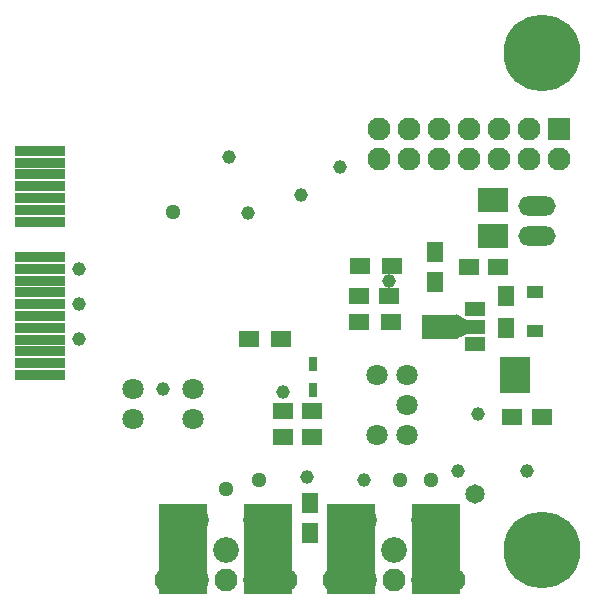
<source format=gbs>
G04 #@! TF.FileFunction,Soldermask,Bot*
%FSLAX46Y46*%
G04 Gerber Fmt 4.6, Leading zero omitted, Abs format (unit mm)*
G04 Created by KiCad (PCBNEW 4.0.2-4+6225~38~ubuntu14.04.1-stable) date Tue 19 Apr 2016 03:22:28 PM EDT*
%MOMM*%
G01*
G04 APERTURE LIST*
%ADD10C,0.100000*%
%ADD11R,1.652400X1.402400*%
%ADD12R,1.952400X1.952400*%
%ADD13C,1.952400*%
%ADD14R,4.352400X0.852400*%
%ADD15R,0.751840X1.153160*%
%ADD16R,1.652400X1.452400*%
%ADD17C,1.295400*%
%ADD18R,1.402400X1.652400*%
%ADD19O,3.167380X1.658620*%
%ADD20R,4.112400X7.696200*%
%ADD21C,2.184400*%
%ADD22R,2.651760X2.103120*%
%ADD23C,1.803400*%
%ADD24C,1.653540*%
%ADD25R,1.372400X1.062400*%
%ADD26R,1.653540X1.153160*%
%ADD27R,3.152140X2.151380*%
%ADD28R,1.452400X1.652400*%
%ADD29R,2.641600X3.149600*%
%ADD30C,6.502400*%
%ADD31C,1.168400*%
G04 APERTURE END LIST*
D10*
D11*
X33109000Y-24501000D03*
X30609000Y-24501000D03*
D12*
X47480000Y-10404000D03*
D13*
X44940000Y-10404000D03*
X42400000Y-10404000D03*
X39860000Y-10404000D03*
X37320000Y-10404000D03*
X34780000Y-10404000D03*
X47480000Y-12944000D03*
X44940000Y-12944000D03*
X42400000Y-12944000D03*
X39860000Y-12944000D03*
X37320000Y-12944000D03*
X34780000Y-12944000D03*
X32240000Y-12944000D03*
X32240000Y-10404000D03*
D14*
X3550000Y-31200000D03*
X3550000Y-30200000D03*
X3550000Y-29200000D03*
X3550000Y-28200000D03*
X3550000Y-27200000D03*
X3550000Y-26200000D03*
X3550000Y-25200000D03*
X3550000Y-24200000D03*
X3550000Y-23200000D03*
X3550000Y-22200000D03*
X3550000Y-21200000D03*
X3550000Y-18200000D03*
X3550000Y-17200000D03*
X3550000Y-16200000D03*
X3550000Y-15200000D03*
X3550000Y-14200000D03*
X3550000Y-13200000D03*
X3550000Y-12200000D03*
D15*
X26652000Y-30259180D03*
X26652000Y-32458820D03*
D16*
X33336000Y-21961000D03*
X30636000Y-21961000D03*
X30572500Y-26723500D03*
X33272500Y-26723500D03*
D11*
X43563000Y-34788000D03*
X46063000Y-34788000D03*
X26632000Y-34280000D03*
X24132000Y-34280000D03*
X24132000Y-36439000D03*
X26632000Y-36439000D03*
X39880000Y-22088000D03*
X42380000Y-22088000D03*
D17*
X36685000Y-40122000D03*
X22080000Y-40122000D03*
X19286000Y-40884000D03*
X34018000Y-40122000D03*
X14841000Y-17389000D03*
D18*
X37015200Y-23287200D03*
X37015200Y-20787200D03*
D19*
X45600400Y-19395600D03*
X45600400Y-16855600D03*
D13*
X28430000Y-48567500D03*
X38590000Y-48567500D03*
D20*
X37130000Y-45925900D03*
X29890000Y-45925900D03*
D21*
X30970000Y-48567500D03*
X36050000Y-48567500D03*
D13*
X33510000Y-48567500D03*
D21*
X36050000Y-43487500D03*
X30970000Y-43487500D03*
X33510000Y-46027500D03*
D13*
X14206000Y-48567500D03*
X24366000Y-48567500D03*
D20*
X22906000Y-45925900D03*
X15666000Y-45925900D03*
D21*
X16746000Y-48567500D03*
X21826000Y-48567500D03*
D13*
X19286000Y-48567500D03*
D21*
X21826000Y-43487500D03*
X16746000Y-43487500D03*
X19286000Y-46027500D03*
D22*
X41942800Y-16398400D03*
X41942800Y-19446400D03*
D16*
X23938000Y-28184000D03*
X21238000Y-28184000D03*
D18*
X26398000Y-42047000D03*
X26398000Y-44547000D03*
D23*
X34653000Y-36312000D03*
X34653000Y-33772000D03*
X34653000Y-31232000D03*
X32113000Y-31232000D03*
X32113000Y-36312000D03*
D24*
X40368000Y-41265000D03*
D25*
X45511500Y-27469500D03*
X45511500Y-24199500D03*
D26*
X40378160Y-25603360D03*
X40378160Y-27104500D03*
X40378160Y-28605640D03*
D27*
X37426680Y-27104500D03*
D10*
G36*
X39726650Y-27681080D02*
X38824950Y-28181460D01*
X38824950Y-26027540D01*
X39726650Y-26527920D01*
X39726650Y-27681080D01*
X39726650Y-27681080D01*
G37*
D28*
X43035000Y-24484500D03*
X43035000Y-27184500D03*
D29*
X43797000Y-31232000D03*
D30*
X46049980Y-3899060D03*
X46049980Y-45999560D03*
D23*
X16492000Y-32375000D03*
D31*
X13952000Y-32375000D03*
D23*
X11412000Y-32375000D03*
X11412000Y-34915000D03*
X16492000Y-34915000D03*
D31*
X26144000Y-39868000D03*
X25636000Y-15992000D03*
X6850000Y-25200000D03*
X6840000Y-28184000D03*
X6850000Y-22200000D03*
X33129000Y-23231000D03*
X30970000Y-40122000D03*
X19540000Y-12740800D03*
X28938000Y-13579000D03*
X21191000Y-17516000D03*
X44813000Y-39360000D03*
X38971000Y-39360000D03*
X40622000Y-34534000D03*
X24112000Y-32629000D03*
M02*

</source>
